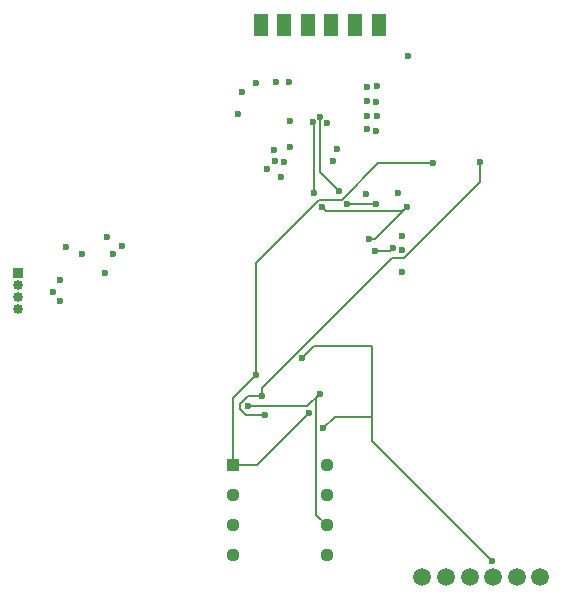
<source format=gbr>
%TF.GenerationSoftware,KiCad,Pcbnew,9.0.2*%
%TF.CreationDate,2025-07-27T21:28:39+05:30*%
%TF.ProjectId,dac,6461632e-6b69-4636-9164-5f7063625858,rev?*%
%TF.SameCoordinates,Original*%
%TF.FileFunction,Copper,L4,Bot*%
%TF.FilePolarity,Positive*%
%FSLAX46Y46*%
G04 Gerber Fmt 4.6, Leading zero omitted, Abs format (unit mm)*
G04 Created by KiCad (PCBNEW 9.0.2) date 2025-07-27 21:28:39*
%MOMM*%
%LPD*%
G01*
G04 APERTURE LIST*
%TA.AperFunction,ComponentPad*%
%ADD10R,0.850000X0.850000*%
%TD*%
%TA.AperFunction,ComponentPad*%
%ADD11C,0.850000*%
%TD*%
%TA.AperFunction,ComponentPad*%
%ADD12R,1.130000X1.130000*%
%TD*%
%TA.AperFunction,ComponentPad*%
%ADD13C,1.130000*%
%TD*%
%TA.AperFunction,ComponentPad*%
%ADD14C,1.500000*%
%TD*%
%TA.AperFunction,ComponentPad*%
%ADD15R,1.270000X1.905000*%
%TD*%
%TA.AperFunction,ViaPad*%
%ADD16C,0.600000*%
%TD*%
%TA.AperFunction,Conductor*%
%ADD17C,0.200000*%
%TD*%
G04 APERTURE END LIST*
D10*
%TO.P,J3,1,Pin_1*%
%TO.N,+5V*%
X99200000Y-87000000D03*
D11*
%TO.P,J3,2,Pin_2*%
%TO.N,unconnected-(J3-Pin_2-Pad2)*%
X99200000Y-88000000D03*
%TO.P,J3,3,Pin_3*%
%TO.N,unconnected-(J3-Pin_3-Pad3)*%
X99200000Y-89000000D03*
%TO.P,J3,4,Pin_4*%
%TO.N,GND*%
X99200000Y-90000000D03*
%TD*%
D12*
%TO.P,U3,1,OUT_A*%
%TO.N,Net-(U3-OUT_A)*%
X117355000Y-103240000D03*
D13*
%TO.P,U3,2,-IN_A*%
%TO.N,Net-(U3--IN_A)*%
X117355000Y-105780000D03*
%TO.P,U3,3,+IN_A*%
%TO.N,AGND*%
X117355000Y-108320000D03*
%TO.P,U3,4,V-*%
X117355000Y-110860000D03*
%TO.P,U3,5,+IN_B*%
X125295000Y-110860000D03*
%TO.P,U3,6,-IN_B*%
%TO.N,Net-(U3--IN_B)*%
X125295000Y-108320000D03*
%TO.P,U3,7,OUT_B*%
%TO.N,Net-(U3-OUT_B)*%
X125295000Y-105780000D03*
%TO.P,U3,8,V+*%
%TO.N,+5V*%
X125295000Y-103240000D03*
%TD*%
D14*
%TO.P,RV1,1,1*%
%TO.N,Net-(C12-Pad1)*%
X137400000Y-112700000D03*
%TO.P,RV1,2,2*%
%TO.N,Net-(R5-Pad1)*%
X139400000Y-112700000D03*
%TO.P,RV1,3,3*%
%TO.N,AGND*%
X141400000Y-112700000D03*
%TO.P,RV1,4,4*%
%TO.N,Net-(C3-Pad2)*%
X135400000Y-112700000D03*
%TO.P,RV1,5,5*%
%TO.N,Net-(R6-Pad1)*%
X133400000Y-112700000D03*
%TO.P,RV1,6,6*%
%TO.N,AGND*%
X143400000Y-112700000D03*
%TD*%
D15*
%TO.P,J1,1,Pin_1*%
%TO.N,AGND*%
X119700000Y-66000000D03*
%TO.P,J1,2,Pin_2*%
%TO.N,LCK*%
X121652000Y-66000000D03*
%TO.P,J1,3,Pin_3*%
%TO.N,DAT*%
X123700000Y-66000000D03*
%TO.P,J1,4,Pin_4*%
%TO.N,BCK*%
X125700000Y-66000000D03*
%TO.P,J1,5,Pin_5*%
%TO.N,SCK*%
X127700000Y-66000000D03*
%TO.P,J1,6,Pin_6*%
%TO.N,GND*%
X129700000Y-66000000D03*
%TD*%
D16*
%TO.N,GND*%
X121425000Y-78825000D03*
X107200000Y-85400000D03*
X122076735Y-70775000D03*
X125850000Y-77450000D03*
X117800000Y-73500000D03*
X122200000Y-74100000D03*
X104600000Y-85400000D03*
X102137500Y-88550000D03*
X108000000Y-84725000D03*
X122175000Y-76325000D03*
X118150000Y-71625000D03*
X121687093Y-77578172D03*
%TO.N,+5V*%
X103200000Y-84800000D03*
X102737500Y-87550000D03*
X102737500Y-89350000D03*
%TO.N,3.3V*%
X106700000Y-83950000D03*
X120250000Y-78200000D03*
X120875000Y-76575000D03*
X128700000Y-72450000D03*
X106550000Y-86950000D03*
X125364048Y-74276939D03*
X121000000Y-70800000D03*
X119300000Y-70925000D03*
X120890000Y-77510000D03*
X128675000Y-74800000D03*
X128700000Y-71200000D03*
X128725000Y-73700000D03*
%TO.N,AGND*%
X131675000Y-86875000D03*
X131700000Y-83825000D03*
X129600000Y-71150000D03*
X132225000Y-68600000D03*
X131700000Y-85025000D03*
X128600000Y-80250000D03*
X129498106Y-72505042D03*
X129550000Y-73700000D03*
X131375000Y-80175000D03*
X129464796Y-74927386D03*
X126150000Y-76450000D03*
%TO.N,Net-(C10-Pad2)*%
X129437504Y-81150001D03*
X127050000Y-81150000D03*
%TO.N,Net-(C11-Pad2)*%
X132075000Y-81375000D03*
X124900000Y-81375000D03*
X128850000Y-84075000D03*
%TO.N,Net-(C12-Pad1)*%
X130900000Y-84900000D03*
X129396000Y-85134600D03*
%TO.N,Net-(U3-OUT_A)*%
X119300000Y-95600000D03*
X123829000Y-98850000D03*
X134300000Y-77700000D03*
%TO.N,Net-(U3--IN_B)*%
X124700000Y-97200000D03*
X118600000Y-98275000D03*
%TO.N,Net-(U3-OUT_B)*%
X120075000Y-99000000D03*
X138300000Y-77550000D03*
X119802474Y-97399000D03*
%TO.N,Net-(U1-OUTL)*%
X124125000Y-74225000D03*
X124225000Y-80200000D03*
%TO.N,Net-(U1-OUTR)*%
X124765693Y-73745926D03*
X126350000Y-80050000D03*
%TO.N,Net-(R5-Pad1)*%
X125029000Y-100100000D03*
X123250000Y-94150000D03*
X139325000Y-111400000D03*
%TD*%
D17*
%TO.N,3.3V*%
X125364048Y-74276939D02*
X125400000Y-74240987D01*
%TO.N,Net-(C10-Pad2)*%
X127050000Y-81150000D02*
X129437503Y-81150000D01*
X129437503Y-81150000D02*
X129437504Y-81150001D01*
%TO.N,Net-(C11-Pad2)*%
X125275000Y-81750000D02*
X131700000Y-81750000D01*
X132075000Y-81375000D02*
X129375000Y-84075000D01*
X131700000Y-81750000D02*
X132075000Y-81375000D01*
X124900000Y-81375000D02*
X125275000Y-81750000D01*
X129375000Y-84075000D02*
X128850000Y-84075000D01*
%TO.N,Net-(C12-Pad1)*%
X129396000Y-85134600D02*
X130665400Y-85134600D01*
X130665400Y-85134600D02*
X130900000Y-84900000D01*
%TO.N,Net-(U3-OUT_A)*%
X124651057Y-80774000D02*
X126576057Y-80774000D01*
X126576057Y-80774000D02*
X129650057Y-77700000D01*
X117355000Y-97545000D02*
X117355000Y-103240000D01*
X117355000Y-103240000D02*
X119439000Y-103240000D01*
X119300000Y-95600000D02*
X119300000Y-86125057D01*
X119300000Y-86125057D02*
X124651057Y-80774000D01*
X129650057Y-77700000D02*
X134300000Y-77700000D01*
X119439000Y-103240000D02*
X123829000Y-98850000D01*
X119300000Y-95600000D02*
X117355000Y-97545000D01*
%TO.N,Net-(U3--IN_B)*%
X124700000Y-97200000D02*
X124429000Y-97471000D01*
X123625000Y-98275000D02*
X118600000Y-98275000D01*
X124429000Y-97471000D02*
X124429000Y-107454000D01*
X124429000Y-107454000D02*
X125295000Y-108320000D01*
X124700000Y-97200000D02*
X123625000Y-98275000D01*
%TO.N,Net-(U3-OUT_B)*%
X119802474Y-97399000D02*
X119802474Y-96747583D01*
X118626057Y-97399000D02*
X117999000Y-98026057D01*
X131839343Y-85735600D02*
X138300000Y-79274943D01*
X118475057Y-99000000D02*
X120075000Y-99000000D01*
X138300000Y-79274943D02*
X138300000Y-77550000D01*
X119802474Y-97399000D02*
X118626057Y-97399000D01*
X119802474Y-96747583D02*
X130814457Y-85735600D01*
X117999000Y-98026057D02*
X117999000Y-98523943D01*
X117999000Y-98523943D02*
X118475057Y-99000000D01*
X130814457Y-85735600D02*
X131839343Y-85735600D01*
%TO.N,Net-(U1-OUTL)*%
X124125000Y-74225000D02*
X124225000Y-74325000D01*
X124225000Y-74325000D02*
X124225000Y-80200000D01*
%TO.N,Net-(U1-OUTR)*%
X124765693Y-73745926D02*
X124726000Y-73785619D01*
X124726000Y-73785619D02*
X124726000Y-78426000D01*
X124726000Y-78426000D02*
X126350000Y-80050000D01*
%TO.N,Net-(R5-Pad1)*%
X126004000Y-99125000D02*
X129100000Y-99125000D01*
X129100000Y-99125000D02*
X129100000Y-93150000D01*
X125029000Y-100100000D02*
X126004000Y-99125000D01*
X129100000Y-101175000D02*
X129100000Y-99125000D01*
X124250000Y-93150000D02*
X123250000Y-94150000D01*
X139325000Y-111400000D02*
X129100000Y-101175000D01*
X129100000Y-93150000D02*
X124250000Y-93150000D01*
%TD*%
M02*

</source>
